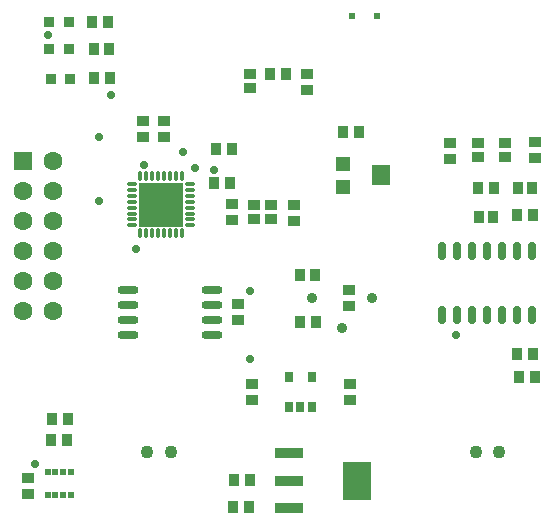
<source format=gts>
G04 Layer_Color=8388736*
%FSLAX25Y25*%
%MOIN*%
G70*
G01*
G75*
%ADD28R,0.01968X0.01968*%
%ADD52R,0.03550X0.03550*%
%ADD53O,0.01384X0.03550*%
%ADD54O,0.03550X0.01384*%
%ADD55R,0.14967X0.14967*%
%ADD56R,0.04140X0.03747*%
%ADD57O,0.07093X0.02762*%
%ADD58R,0.09258X0.03550*%
%ADD59R,0.09258X0.12802*%
%ADD60R,0.02762X0.03747*%
%ADD61R,0.05124X0.05124*%
%ADD62R,0.06305X0.06699*%
%ADD63R,0.03550X0.03943*%
%ADD64R,0.04101X0.03707*%
%ADD65O,0.02762X0.06109*%
%ADD66R,0.03747X0.04140*%
%ADD67R,0.03353X0.04140*%
%ADD68R,0.04140X0.03353*%
%ADD69R,0.02172X0.02329*%
%ADD70C,0.03600*%
%ADD71R,0.06305X0.06305*%
%ADD72C,0.06305*%
%ADD73C,0.04337*%
%ADD74C,0.02800*%
D28*
X289200Y409200D02*
D03*
X281000D02*
D03*
D52*
X186525Y407157D02*
D03*
X180029D02*
D03*
X186525Y398157D02*
D03*
X180029D02*
D03*
X187029Y388157D02*
D03*
X180533D02*
D03*
D53*
X224090Y355747D02*
D03*
X222121D02*
D03*
X220153D02*
D03*
X218184D02*
D03*
X216216D02*
D03*
X214247D02*
D03*
X212279D02*
D03*
X210310D02*
D03*
Y336653D02*
D03*
X212279D02*
D03*
X214247D02*
D03*
X216216D02*
D03*
X218184D02*
D03*
X220153D02*
D03*
X222121D02*
D03*
X224090D02*
D03*
D54*
X207653Y353090D02*
D03*
Y351121D02*
D03*
Y349153D02*
D03*
Y347184D02*
D03*
Y345216D02*
D03*
Y343247D02*
D03*
Y341279D02*
D03*
Y339310D02*
D03*
X226747D02*
D03*
Y341279D02*
D03*
Y343247D02*
D03*
Y345216D02*
D03*
Y347184D02*
D03*
Y349153D02*
D03*
Y351121D02*
D03*
Y353090D02*
D03*
D55*
X217200Y346200D02*
D03*
D56*
X253929Y341448D02*
D03*
X248220D02*
D03*
X253929Y345975D02*
D03*
X248220D02*
D03*
X265763Y384442D02*
D03*
Y389757D02*
D03*
X261429Y340790D02*
D03*
Y346105D02*
D03*
X240929Y346505D02*
D03*
Y341190D02*
D03*
X242787Y307943D02*
D03*
Y313258D02*
D03*
X279929Y317814D02*
D03*
Y312499D02*
D03*
X280366Y281162D02*
D03*
Y286477D02*
D03*
X218232Y368757D02*
D03*
Y374072D02*
D03*
X211129Y374172D02*
D03*
Y368857D02*
D03*
X173000Y249642D02*
D03*
Y254958D02*
D03*
D57*
X234306Y302657D02*
D03*
Y307657D02*
D03*
Y312657D02*
D03*
Y317657D02*
D03*
X206353Y302657D02*
D03*
Y307657D02*
D03*
Y312657D02*
D03*
Y317657D02*
D03*
D58*
X260010Y263312D02*
D03*
Y254257D02*
D03*
Y245202D02*
D03*
D59*
X282648Y254257D02*
D03*
D60*
X259926Y278900D02*
D03*
X263666D02*
D03*
X267406D02*
D03*
Y288939D02*
D03*
X259926D02*
D03*
D61*
X277913Y352063D02*
D03*
Y359937D02*
D03*
D62*
X290709Y356000D02*
D03*
D63*
X263675Y322800D02*
D03*
X268400D02*
D03*
X328024Y342000D02*
D03*
X323300D02*
D03*
X340991Y351857D02*
D03*
X336267D02*
D03*
D64*
X246832Y389760D02*
D03*
Y384957D02*
D03*
X323029Y366816D02*
D03*
Y362013D02*
D03*
X332000Y362098D02*
D03*
Y366902D02*
D03*
D65*
X310829Y309300D02*
D03*
X315829D02*
D03*
X320829D02*
D03*
X325829D02*
D03*
X330829D02*
D03*
X335829D02*
D03*
X340829D02*
D03*
X310829Y330757D02*
D03*
X315829D02*
D03*
X320829D02*
D03*
X325829D02*
D03*
X330829D02*
D03*
X335829D02*
D03*
X340829D02*
D03*
D66*
X253640Y389800D02*
D03*
X258955D02*
D03*
X269000Y307100D02*
D03*
X263685D02*
D03*
X322972Y351657D02*
D03*
X328287D02*
D03*
X341728Y288943D02*
D03*
X336413D02*
D03*
X341144Y342657D02*
D03*
X335829D02*
D03*
X241429Y254357D02*
D03*
X246744D02*
D03*
X241372Y245357D02*
D03*
X246687D02*
D03*
X240357Y353313D02*
D03*
X235043D02*
D03*
D67*
X283358Y370500D02*
D03*
X278043D02*
D03*
X336000Y296500D02*
D03*
X341315D02*
D03*
X194372Y407157D02*
D03*
X199687D02*
D03*
X235542Y364900D02*
D03*
X240858D02*
D03*
X186287Y274867D02*
D03*
X180972D02*
D03*
X185987Y267757D02*
D03*
X180672D02*
D03*
X194714Y398157D02*
D03*
X200029D02*
D03*
X194843Y388400D02*
D03*
X200157D02*
D03*
D68*
X313500Y366657D02*
D03*
Y361343D02*
D03*
X342029Y367072D02*
D03*
Y361757D02*
D03*
X247666Y286377D02*
D03*
Y281062D02*
D03*
D69*
X184570Y257157D02*
D03*
X182011D02*
D03*
X179452D02*
D03*
X187129D02*
D03*
X184570Y249519D02*
D03*
X182011D02*
D03*
X179452D02*
D03*
X187129D02*
D03*
D70*
X287402Y314961D02*
D03*
X277402Y304961D02*
D03*
X267402Y314961D02*
D03*
D71*
X171102Y360709D02*
D03*
D72*
X181102D02*
D03*
X171102Y350709D02*
D03*
X181102D02*
D03*
X171102Y340709D02*
D03*
X181102D02*
D03*
X171102Y330709D02*
D03*
X181102D02*
D03*
X171102Y320709D02*
D03*
X181102D02*
D03*
X171102Y310709D02*
D03*
X181102D02*
D03*
D73*
X212598Y263779D02*
D03*
X220472D02*
D03*
X322126Y263800D02*
D03*
X330000D02*
D03*
D74*
X200500Y382700D02*
D03*
X211700Y359500D02*
D03*
X209000Y331600D02*
D03*
X196400Y347300D02*
D03*
Y368800D02*
D03*
X235000Y357800D02*
D03*
X179700Y402800D02*
D03*
X315700Y302700D02*
D03*
X246900Y317400D02*
D03*
Y294900D02*
D03*
X175197Y259843D02*
D03*
X224400Y363700D02*
D03*
X228700Y358600D02*
D03*
M02*

</source>
